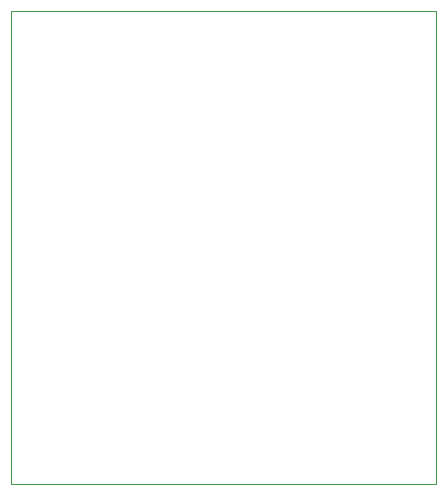
<source format=gbr>
%TF.GenerationSoftware,KiCad,Pcbnew,9.0.1*%
%TF.CreationDate,2025-05-28T08:33:00+02:00*%
%TF.ProjectId,tv25-cpu-small,74763235-2d63-4707-952d-736d616c6c2e,rev?*%
%TF.SameCoordinates,Original*%
%TF.FileFunction,Profile,NP*%
%FSLAX46Y46*%
G04 Gerber Fmt 4.6, Leading zero omitted, Abs format (unit mm)*
G04 Created by KiCad (PCBNEW 9.0.1) date 2025-05-28 08:33:00*
%MOMM*%
%LPD*%
G01*
G04 APERTURE LIST*
%TA.AperFunction,Profile*%
%ADD10C,0.050000*%
%TD*%
G04 APERTURE END LIST*
D10*
X110000000Y-132000000D02*
X146000000Y-132000000D01*
X146000000Y-172000000D01*
X110000000Y-172000000D01*
X110000000Y-132000000D01*
M02*

</source>
